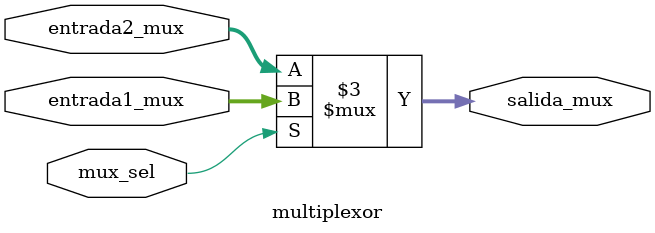
<source format=v>

module multiplexor(
    input wire[31:0]entrada1_mux,
    input wire[31:0]entrada2_mux,
    input wire mux_sel,
    output reg[31:0]salida_mux
);

always@(*) 
	begin
		if(mux_sel)
		begin
			salida_mux = entrada1_mux;  // La salida toma el valor de la entrada 1.
		end
		
		else
		begin
			salida_mux = entrada2_mux;  // La salida toma el valor de la entrada 2.
		end
	end
endmodule


</source>
